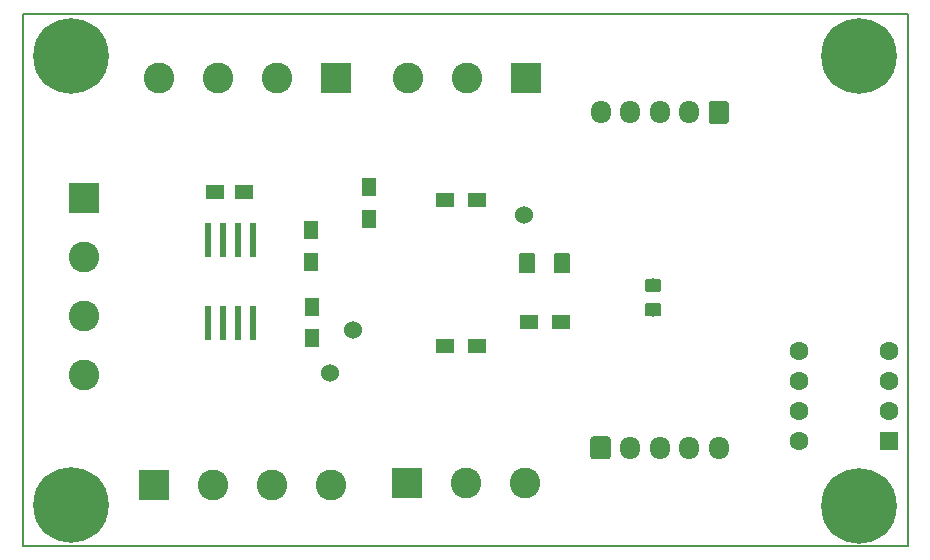
<source format=gts>
G04 #@! TF.GenerationSoftware,KiCad,Pcbnew,(5.1.4)-1*
G04 #@! TF.CreationDate,2020-09-23T09:36:31-04:00*
G04 #@! TF.ProjectId,i2c_pancake,6932635f-7061-46e6-9361-6b652e6b6963,rev?*
G04 #@! TF.SameCoordinates,Original*
G04 #@! TF.FileFunction,Soldermask,Top*
G04 #@! TF.FilePolarity,Negative*
%FSLAX46Y46*%
G04 Gerber Fmt 4.6, Leading zero omitted, Abs format (unit mm)*
G04 Created by KiCad (PCBNEW (5.1.4)-1) date 2020-09-23 09:36:31*
%MOMM*%
%LPD*%
G04 APERTURE LIST*
%ADD10C,0.150000*%
%ADD11C,1.524000*%
%ADD12C,0.100000*%
%ADD13C,1.150000*%
%ADD14C,2.600000*%
%ADD15R,2.600000X2.600000*%
%ADD16O,1.700000X1.950000*%
%ADD17C,1.700000*%
%ADD18C,1.425000*%
%ADD19C,6.400000*%
%ADD20R,0.600000X3.000000*%
%ADD21R,1.600000X1.600000*%
%ADD22C,1.600000*%
%ADD23R,1.500000X1.300000*%
%ADD24R,1.300000X1.500000*%
%ADD25R,1.500000X1.250000*%
G04 APERTURE END LIST*
D10*
X89662000Y-134239000D02*
X164554000Y-134239000D01*
X89662000Y-89253000D02*
X164554000Y-89253000D01*
X164554000Y-89253000D02*
X164554000Y-134239000D01*
X89662000Y-89253000D02*
X89662000Y-134239000D01*
D11*
X117594000Y-115993200D03*
X132097400Y-106211400D03*
X115638200Y-119619800D03*
D12*
G36*
X143468505Y-113673004D02*
G01*
X143492773Y-113676604D01*
X143516572Y-113682565D01*
X143539671Y-113690830D01*
X143561850Y-113701320D01*
X143582893Y-113713932D01*
X143602599Y-113728547D01*
X143620777Y-113745023D01*
X143637253Y-113763201D01*
X143651868Y-113782907D01*
X143664480Y-113803950D01*
X143674970Y-113826129D01*
X143683235Y-113849228D01*
X143689196Y-113873027D01*
X143692796Y-113897295D01*
X143694000Y-113921799D01*
X143694000Y-114571801D01*
X143692796Y-114596305D01*
X143689196Y-114620573D01*
X143683235Y-114644372D01*
X143674970Y-114667471D01*
X143664480Y-114689650D01*
X143651868Y-114710693D01*
X143637253Y-114730399D01*
X143620777Y-114748577D01*
X143602599Y-114765053D01*
X143582893Y-114779668D01*
X143561850Y-114792280D01*
X143539671Y-114802770D01*
X143516572Y-114811035D01*
X143492773Y-114816996D01*
X143468505Y-114820596D01*
X143444001Y-114821800D01*
X142543999Y-114821800D01*
X142519495Y-114820596D01*
X142495227Y-114816996D01*
X142471428Y-114811035D01*
X142448329Y-114802770D01*
X142426150Y-114792280D01*
X142405107Y-114779668D01*
X142385401Y-114765053D01*
X142367223Y-114748577D01*
X142350747Y-114730399D01*
X142336132Y-114710693D01*
X142323520Y-114689650D01*
X142313030Y-114667471D01*
X142304765Y-114644372D01*
X142298804Y-114620573D01*
X142295204Y-114596305D01*
X142294000Y-114571801D01*
X142294000Y-113921799D01*
X142295204Y-113897295D01*
X142298804Y-113873027D01*
X142304765Y-113849228D01*
X142313030Y-113826129D01*
X142323520Y-113803950D01*
X142336132Y-113782907D01*
X142350747Y-113763201D01*
X142367223Y-113745023D01*
X142385401Y-113728547D01*
X142405107Y-113713932D01*
X142426150Y-113701320D01*
X142448329Y-113690830D01*
X142471428Y-113682565D01*
X142495227Y-113676604D01*
X142519495Y-113673004D01*
X142543999Y-113671800D01*
X143444001Y-113671800D01*
X143468505Y-113673004D01*
X143468505Y-113673004D01*
G37*
D13*
X142994000Y-114246800D03*
D12*
G36*
X143468505Y-111623004D02*
G01*
X143492773Y-111626604D01*
X143516572Y-111632565D01*
X143539671Y-111640830D01*
X143561850Y-111651320D01*
X143582893Y-111663932D01*
X143602599Y-111678547D01*
X143620777Y-111695023D01*
X143637253Y-111713201D01*
X143651868Y-111732907D01*
X143664480Y-111753950D01*
X143674970Y-111776129D01*
X143683235Y-111799228D01*
X143689196Y-111823027D01*
X143692796Y-111847295D01*
X143694000Y-111871799D01*
X143694000Y-112521801D01*
X143692796Y-112546305D01*
X143689196Y-112570573D01*
X143683235Y-112594372D01*
X143674970Y-112617471D01*
X143664480Y-112639650D01*
X143651868Y-112660693D01*
X143637253Y-112680399D01*
X143620777Y-112698577D01*
X143602599Y-112715053D01*
X143582893Y-112729668D01*
X143561850Y-112742280D01*
X143539671Y-112752770D01*
X143516572Y-112761035D01*
X143492773Y-112766996D01*
X143468505Y-112770596D01*
X143444001Y-112771800D01*
X142543999Y-112771800D01*
X142519495Y-112770596D01*
X142495227Y-112766996D01*
X142471428Y-112761035D01*
X142448329Y-112752770D01*
X142426150Y-112742280D01*
X142405107Y-112729668D01*
X142385401Y-112715053D01*
X142367223Y-112698577D01*
X142350747Y-112680399D01*
X142336132Y-112660693D01*
X142323520Y-112639650D01*
X142313030Y-112617471D01*
X142304765Y-112594372D01*
X142298804Y-112570573D01*
X142295204Y-112546305D01*
X142294000Y-112521801D01*
X142294000Y-111871799D01*
X142295204Y-111847295D01*
X142298804Y-111823027D01*
X142304765Y-111799228D01*
X142313030Y-111776129D01*
X142323520Y-111753950D01*
X142336132Y-111732907D01*
X142350747Y-111713201D01*
X142367223Y-111695023D01*
X142385401Y-111678547D01*
X142405107Y-111663932D01*
X142426150Y-111651320D01*
X142448329Y-111640830D01*
X142471428Y-111632565D01*
X142495227Y-111626604D01*
X142519495Y-111623004D01*
X142543999Y-111621800D01*
X143444001Y-111621800D01*
X143468505Y-111623004D01*
X143468505Y-111623004D01*
G37*
D13*
X142994000Y-112196800D03*
D14*
X115754000Y-129053000D03*
X110754000Y-129053000D03*
X105754000Y-129053000D03*
D15*
X100754000Y-129053000D03*
D14*
X94854000Y-119753000D03*
X94854000Y-114753000D03*
X94854000Y-109753000D03*
D15*
X94854000Y-104753000D03*
D14*
X101154000Y-94653000D03*
X106154000Y-94653000D03*
X111154000Y-94653000D03*
D15*
X116154000Y-94653000D03*
D14*
X132154000Y-128953000D03*
X127154000Y-128953000D03*
D15*
X122154000Y-128953000D03*
D14*
X122254000Y-94653000D03*
X127254000Y-94653000D03*
D15*
X132254000Y-94653000D03*
D16*
X138554000Y-97553000D03*
X141054000Y-97553000D03*
X143554000Y-97553000D03*
X146054000Y-97553000D03*
D12*
G36*
X149178504Y-96579204D02*
G01*
X149202773Y-96582804D01*
X149226571Y-96588765D01*
X149249671Y-96597030D01*
X149271849Y-96607520D01*
X149292893Y-96620133D01*
X149312598Y-96634747D01*
X149330777Y-96651223D01*
X149347253Y-96669402D01*
X149361867Y-96689107D01*
X149374480Y-96710151D01*
X149384970Y-96732329D01*
X149393235Y-96755429D01*
X149399196Y-96779227D01*
X149402796Y-96803496D01*
X149404000Y-96828000D01*
X149404000Y-98278000D01*
X149402796Y-98302504D01*
X149399196Y-98326773D01*
X149393235Y-98350571D01*
X149384970Y-98373671D01*
X149374480Y-98395849D01*
X149361867Y-98416893D01*
X149347253Y-98436598D01*
X149330777Y-98454777D01*
X149312598Y-98471253D01*
X149292893Y-98485867D01*
X149271849Y-98498480D01*
X149249671Y-98508970D01*
X149226571Y-98517235D01*
X149202773Y-98523196D01*
X149178504Y-98526796D01*
X149154000Y-98528000D01*
X147954000Y-98528000D01*
X147929496Y-98526796D01*
X147905227Y-98523196D01*
X147881429Y-98517235D01*
X147858329Y-98508970D01*
X147836151Y-98498480D01*
X147815107Y-98485867D01*
X147795402Y-98471253D01*
X147777223Y-98454777D01*
X147760747Y-98436598D01*
X147746133Y-98416893D01*
X147733520Y-98395849D01*
X147723030Y-98373671D01*
X147714765Y-98350571D01*
X147708804Y-98326773D01*
X147705204Y-98302504D01*
X147704000Y-98278000D01*
X147704000Y-96828000D01*
X147705204Y-96803496D01*
X147708804Y-96779227D01*
X147714765Y-96755429D01*
X147723030Y-96732329D01*
X147733520Y-96710151D01*
X147746133Y-96689107D01*
X147760747Y-96669402D01*
X147777223Y-96651223D01*
X147795402Y-96634747D01*
X147815107Y-96620133D01*
X147836151Y-96607520D01*
X147858329Y-96597030D01*
X147881429Y-96588765D01*
X147905227Y-96582804D01*
X147929496Y-96579204D01*
X147954000Y-96578000D01*
X149154000Y-96578000D01*
X149178504Y-96579204D01*
X149178504Y-96579204D01*
G37*
D17*
X148554000Y-97553000D03*
D16*
X148554000Y-125953000D03*
X146054000Y-125953000D03*
X143554000Y-125953000D03*
X141054000Y-125953000D03*
D12*
G36*
X139178504Y-124979204D02*
G01*
X139202773Y-124982804D01*
X139226571Y-124988765D01*
X139249671Y-124997030D01*
X139271849Y-125007520D01*
X139292893Y-125020133D01*
X139312598Y-125034747D01*
X139330777Y-125051223D01*
X139347253Y-125069402D01*
X139361867Y-125089107D01*
X139374480Y-125110151D01*
X139384970Y-125132329D01*
X139393235Y-125155429D01*
X139399196Y-125179227D01*
X139402796Y-125203496D01*
X139404000Y-125228000D01*
X139404000Y-126678000D01*
X139402796Y-126702504D01*
X139399196Y-126726773D01*
X139393235Y-126750571D01*
X139384970Y-126773671D01*
X139374480Y-126795849D01*
X139361867Y-126816893D01*
X139347253Y-126836598D01*
X139330777Y-126854777D01*
X139312598Y-126871253D01*
X139292893Y-126885867D01*
X139271849Y-126898480D01*
X139249671Y-126908970D01*
X139226571Y-126917235D01*
X139202773Y-126923196D01*
X139178504Y-126926796D01*
X139154000Y-126928000D01*
X137954000Y-126928000D01*
X137929496Y-126926796D01*
X137905227Y-126923196D01*
X137881429Y-126917235D01*
X137858329Y-126908970D01*
X137836151Y-126898480D01*
X137815107Y-126885867D01*
X137795402Y-126871253D01*
X137777223Y-126854777D01*
X137760747Y-126836598D01*
X137746133Y-126816893D01*
X137733520Y-126795849D01*
X137723030Y-126773671D01*
X137714765Y-126750571D01*
X137708804Y-126726773D01*
X137705204Y-126702504D01*
X137704000Y-126678000D01*
X137704000Y-125228000D01*
X137705204Y-125203496D01*
X137708804Y-125179227D01*
X137714765Y-125155429D01*
X137723030Y-125132329D01*
X137733520Y-125110151D01*
X137746133Y-125089107D01*
X137760747Y-125069402D01*
X137777223Y-125051223D01*
X137795402Y-125034747D01*
X137815107Y-125020133D01*
X137836151Y-125007520D01*
X137858329Y-124997030D01*
X137881429Y-124988765D01*
X137905227Y-124982804D01*
X137929496Y-124979204D01*
X137954000Y-124978000D01*
X139154000Y-124978000D01*
X139178504Y-124979204D01*
X139178504Y-124979204D01*
G37*
D17*
X138554000Y-125953000D03*
D12*
G36*
X135784804Y-109427004D02*
G01*
X135809073Y-109430604D01*
X135832871Y-109436565D01*
X135855971Y-109444830D01*
X135878149Y-109455320D01*
X135899193Y-109467933D01*
X135918898Y-109482547D01*
X135937077Y-109499023D01*
X135953553Y-109517202D01*
X135968167Y-109536907D01*
X135980780Y-109557951D01*
X135991270Y-109580129D01*
X135999535Y-109603229D01*
X136005496Y-109627027D01*
X136009096Y-109651296D01*
X136010300Y-109675800D01*
X136010300Y-110925800D01*
X136009096Y-110950304D01*
X136005496Y-110974573D01*
X135999535Y-110998371D01*
X135991270Y-111021471D01*
X135980780Y-111043649D01*
X135968167Y-111064693D01*
X135953553Y-111084398D01*
X135937077Y-111102577D01*
X135918898Y-111119053D01*
X135899193Y-111133667D01*
X135878149Y-111146280D01*
X135855971Y-111156770D01*
X135832871Y-111165035D01*
X135809073Y-111170996D01*
X135784804Y-111174596D01*
X135760300Y-111175800D01*
X134835300Y-111175800D01*
X134810796Y-111174596D01*
X134786527Y-111170996D01*
X134762729Y-111165035D01*
X134739629Y-111156770D01*
X134717451Y-111146280D01*
X134696407Y-111133667D01*
X134676702Y-111119053D01*
X134658523Y-111102577D01*
X134642047Y-111084398D01*
X134627433Y-111064693D01*
X134614820Y-111043649D01*
X134604330Y-111021471D01*
X134596065Y-110998371D01*
X134590104Y-110974573D01*
X134586504Y-110950304D01*
X134585300Y-110925800D01*
X134585300Y-109675800D01*
X134586504Y-109651296D01*
X134590104Y-109627027D01*
X134596065Y-109603229D01*
X134604330Y-109580129D01*
X134614820Y-109557951D01*
X134627433Y-109536907D01*
X134642047Y-109517202D01*
X134658523Y-109499023D01*
X134676702Y-109482547D01*
X134696407Y-109467933D01*
X134717451Y-109455320D01*
X134739629Y-109444830D01*
X134762729Y-109436565D01*
X134786527Y-109430604D01*
X134810796Y-109427004D01*
X134835300Y-109425800D01*
X135760300Y-109425800D01*
X135784804Y-109427004D01*
X135784804Y-109427004D01*
G37*
D18*
X135297800Y-110300800D03*
D12*
G36*
X132809804Y-109427004D02*
G01*
X132834073Y-109430604D01*
X132857871Y-109436565D01*
X132880971Y-109444830D01*
X132903149Y-109455320D01*
X132924193Y-109467933D01*
X132943898Y-109482547D01*
X132962077Y-109499023D01*
X132978553Y-109517202D01*
X132993167Y-109536907D01*
X133005780Y-109557951D01*
X133016270Y-109580129D01*
X133024535Y-109603229D01*
X133030496Y-109627027D01*
X133034096Y-109651296D01*
X133035300Y-109675800D01*
X133035300Y-110925800D01*
X133034096Y-110950304D01*
X133030496Y-110974573D01*
X133024535Y-110998371D01*
X133016270Y-111021471D01*
X133005780Y-111043649D01*
X132993167Y-111064693D01*
X132978553Y-111084398D01*
X132962077Y-111102577D01*
X132943898Y-111119053D01*
X132924193Y-111133667D01*
X132903149Y-111146280D01*
X132880971Y-111156770D01*
X132857871Y-111165035D01*
X132834073Y-111170996D01*
X132809804Y-111174596D01*
X132785300Y-111175800D01*
X131860300Y-111175800D01*
X131835796Y-111174596D01*
X131811527Y-111170996D01*
X131787729Y-111165035D01*
X131764629Y-111156770D01*
X131742451Y-111146280D01*
X131721407Y-111133667D01*
X131701702Y-111119053D01*
X131683523Y-111102577D01*
X131667047Y-111084398D01*
X131652433Y-111064693D01*
X131639820Y-111043649D01*
X131629330Y-111021471D01*
X131621065Y-110998371D01*
X131615104Y-110974573D01*
X131611504Y-110950304D01*
X131610300Y-110925800D01*
X131610300Y-109675800D01*
X131611504Y-109651296D01*
X131615104Y-109627027D01*
X131621065Y-109603229D01*
X131629330Y-109580129D01*
X131639820Y-109557951D01*
X131652433Y-109536907D01*
X131667047Y-109517202D01*
X131683523Y-109499023D01*
X131701702Y-109482547D01*
X131721407Y-109467933D01*
X131742451Y-109455320D01*
X131764629Y-109444830D01*
X131787729Y-109436565D01*
X131811527Y-109430604D01*
X131835796Y-109427004D01*
X131860300Y-109425800D01*
X132785300Y-109425800D01*
X132809804Y-109427004D01*
X132809804Y-109427004D01*
G37*
D18*
X132322800Y-110300800D03*
D19*
X160454000Y-130853000D03*
X160454000Y-92753000D03*
X93754000Y-92753000D03*
D20*
X105300400Y-108350200D03*
X106570400Y-108350200D03*
X107840400Y-108350200D03*
X109110400Y-108350200D03*
X109110400Y-115350200D03*
X107840400Y-115350200D03*
X106570400Y-115350200D03*
X105300400Y-115350200D03*
D21*
X162954000Y-125353000D03*
D22*
X162954000Y-122813000D03*
X162954000Y-120273000D03*
X162954000Y-117733000D03*
X155334000Y-117733000D03*
X155334000Y-120273000D03*
X155334000Y-122813000D03*
X155334000Y-125353000D03*
D23*
X135221600Y-115330000D03*
X132521600Y-115330000D03*
X125409600Y-117311200D03*
X128109600Y-117311200D03*
D24*
X114012600Y-107524600D03*
X114012600Y-110224600D03*
X114088800Y-113983800D03*
X114088800Y-116683800D03*
X118965600Y-103845400D03*
X118965600Y-106545400D03*
D23*
X125354000Y-104953000D03*
X128054000Y-104953000D03*
D25*
X105873800Y-104255600D03*
X108373800Y-104255600D03*
D19*
X93754000Y-130753000D03*
M02*

</source>
